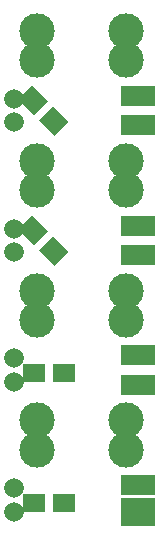
<source format=gbs>
G04 #@! TF.FileFunction,Soldermask,Bot*
%FSLAX46Y46*%
G04 Gerber Fmt 4.6, Leading zero omitted, Abs format (unit mm)*
G04 Created by KiCad (PCBNEW 4.0.6-e0-6349~53~ubuntu16.04.1) date Thu Jul 13 10:15:01 2017*
%MOMM*%
%LPD*%
G01*
G04 APERTURE LIST*
%ADD10C,0.100000*%
%ADD11R,1.900000X1.650000*%
%ADD12R,2.940000X1.670000*%
%ADD13C,3.000000*%
%ADD14C,1.670000*%
%ADD15R,2.940000X2.400000*%
G04 APERTURE END LIST*
D10*
D11*
X32750000Y-57000000D03*
X35250000Y-57000000D03*
D12*
X41500000Y-55500000D03*
X41500000Y-58000000D03*
D13*
X40500000Y-50000000D03*
X40500000Y-52500000D03*
X33000000Y-52500000D03*
X33000000Y-50000000D03*
D14*
X31000000Y-55750000D03*
X31000000Y-57750000D03*
X31000000Y-68750000D03*
X31000000Y-66750000D03*
D13*
X33000000Y-61000000D03*
X33000000Y-63500000D03*
X40500000Y-63500000D03*
X40500000Y-61000000D03*
D15*
X41500000Y-68750000D03*
D12*
X41500000Y-66500000D03*
D11*
X32750000Y-68000000D03*
X35250000Y-68000000D03*
D10*
G36*
X31361002Y-44777729D02*
X32527729Y-43611002D01*
X33871232Y-44954505D01*
X32704505Y-46121232D01*
X31361002Y-44777729D01*
X31361002Y-44777729D01*
G37*
G36*
X33128768Y-46545495D02*
X34295495Y-45378768D01*
X35638998Y-46722271D01*
X34472271Y-47888998D01*
X33128768Y-46545495D01*
X33128768Y-46545495D01*
G37*
D12*
X41500000Y-44500000D03*
X41500000Y-47000000D03*
D13*
X40500000Y-39000000D03*
X40500000Y-41500000D03*
X33000000Y-41500000D03*
X33000000Y-39000000D03*
D14*
X31000000Y-44750000D03*
X31000000Y-46750000D03*
X31000000Y-35750000D03*
X31000000Y-33750000D03*
D13*
X33000000Y-28000000D03*
X33000000Y-30500000D03*
X40500000Y-30500000D03*
X40500000Y-28000000D03*
D12*
X41500000Y-36000000D03*
X41500000Y-33500000D03*
D10*
G36*
X31361002Y-33777729D02*
X32527729Y-32611002D01*
X33871232Y-33954505D01*
X32704505Y-35121232D01*
X31361002Y-33777729D01*
X31361002Y-33777729D01*
G37*
G36*
X33128768Y-35545495D02*
X34295495Y-34378768D01*
X35638998Y-35722271D01*
X34472271Y-36888998D01*
X33128768Y-35545495D01*
X33128768Y-35545495D01*
G37*
M02*

</source>
